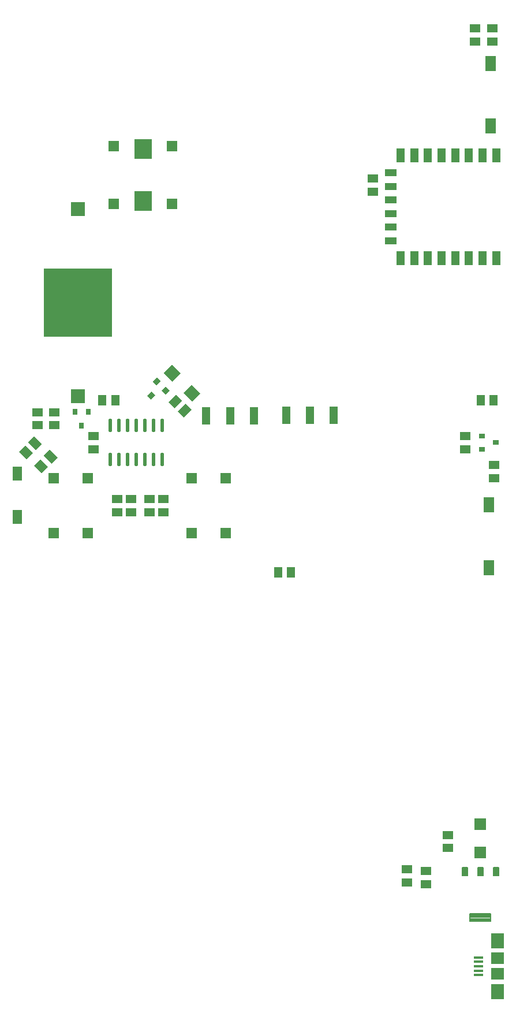
<source format=gbr>
G04 EAGLE Gerber RS-274X export*
G75*
%MOMM*%
%FSLAX34Y34*%
%LPD*%
%INSolderpaste Top*%
%IPPOS*%
%AMOC8*
5,1,8,0,0,1.08239X$1,22.5*%
G01*
%ADD10R,1.600000X1.300000*%
%ADD11R,1.800000X1.700000*%
%ADD12R,1.270000X2.540000*%
%ADD13R,0.800000X0.900000*%
%ADD14R,1.300000X1.600000*%
%ADD15R,1.450000X2.100000*%
%ADD16R,1.500000X1.500000*%
%ADD17R,1.500000X1.300000*%
%ADD18C,0.295000*%
%ADD19R,1.200000X2.000000*%
%ADD20R,1.700000X1.100000*%
%ADD21C,0.139500*%
%ADD22C,0.196500*%
%ADD23R,1.400000X0.400000*%
%ADD24R,1.900000X1.800000*%
%ADD25R,1.900000X2.300000*%
%ADD26R,1.700000X1.800000*%
%ADD27R,0.900000X0.800000*%
%ADD28R,1.300000X1.500000*%
%ADD29R,1.600000X2.190000*%
%ADD30R,1.600000X2.180000*%
%ADD31R,10.000000X10.000000*%
%ADD32R,2.000000X2.000000*%
%ADD33R,2.500000X3.000000*%
%ADD34R,1.600000X1.600000*%


D10*
X942500Y1807500D03*
X942500Y1827500D03*
X977500Y1735000D03*
X977500Y1715000D03*
X1045000Y1735000D03*
X1045000Y1715000D03*
X1430000Y1170000D03*
X1430000Y1190000D03*
D11*
G36*
X1058357Y1907122D02*
X1045630Y1919849D01*
X1057651Y1931870D01*
X1070378Y1919143D01*
X1058357Y1907122D01*
G37*
G36*
X1087349Y1878130D02*
X1074622Y1890857D01*
X1086643Y1902878D01*
X1099370Y1890151D01*
X1087349Y1878130D01*
G37*
D12*
X1177800Y1856800D03*
X1142800Y1856800D03*
X1107800Y1856800D03*
D13*
G36*
X1027782Y1892639D02*
X1033439Y1886982D01*
X1027076Y1880619D01*
X1021419Y1886276D01*
X1027782Y1892639D01*
G37*
G36*
X1048642Y1900064D02*
X1054299Y1894407D01*
X1047936Y1888044D01*
X1042279Y1893701D01*
X1048642Y1900064D01*
G37*
G36*
X1035207Y1913499D02*
X1040864Y1907842D01*
X1034501Y1901479D01*
X1028844Y1907136D01*
X1035207Y1913499D01*
G37*
D14*
G36*
X853535Y1802222D02*
X844342Y1793029D01*
X833029Y1804342D01*
X842222Y1813535D01*
X853535Y1802222D01*
G37*
G36*
X866971Y1815658D02*
X857778Y1806465D01*
X846465Y1817778D01*
X855658Y1826971D01*
X866971Y1815658D01*
G37*
D10*
X997500Y1734500D03*
X997500Y1715500D03*
X1025000Y1734500D03*
X1025000Y1715500D03*
D14*
G36*
X1076978Y1874935D02*
X1086171Y1865742D01*
X1074858Y1854429D01*
X1065665Y1863622D01*
X1076978Y1874935D01*
G37*
G36*
X1063542Y1888371D02*
X1072735Y1879178D01*
X1061422Y1867865D01*
X1052229Y1877058D01*
X1063542Y1888371D01*
G37*
D10*
X860000Y1862000D03*
X860000Y1843000D03*
X1402500Y1192000D03*
X1402500Y1173000D03*
X885000Y1843000D03*
X885000Y1862000D03*
D15*
X830600Y1708900D03*
X830600Y1772400D03*
D16*
X934000Y1684500D03*
X884000Y1684500D03*
X934000Y1765500D03*
X884000Y1765500D03*
X1086000Y1765500D03*
X1136000Y1765500D03*
X1086000Y1684500D03*
X1136000Y1684500D03*
D17*
X1462300Y1223300D03*
X1462300Y1242300D03*
D18*
X968175Y1785225D02*
X968175Y1801775D01*
X968175Y1785225D02*
X965225Y1785225D01*
X965225Y1801775D01*
X968175Y1801775D01*
X968175Y1788027D02*
X965225Y1788027D01*
X965225Y1790829D02*
X968175Y1790829D01*
X968175Y1793631D02*
X965225Y1793631D01*
X965225Y1796433D02*
X968175Y1796433D01*
X968175Y1799235D02*
X965225Y1799235D01*
X980875Y1801775D02*
X980875Y1785225D01*
X977925Y1785225D01*
X977925Y1801775D01*
X980875Y1801775D01*
X980875Y1788027D02*
X977925Y1788027D01*
X977925Y1790829D02*
X980875Y1790829D01*
X980875Y1793631D02*
X977925Y1793631D01*
X977925Y1796433D02*
X980875Y1796433D01*
X980875Y1799235D02*
X977925Y1799235D01*
X993575Y1801775D02*
X993575Y1785225D01*
X990625Y1785225D01*
X990625Y1801775D01*
X993575Y1801775D01*
X993575Y1788027D02*
X990625Y1788027D01*
X990625Y1790829D02*
X993575Y1790829D01*
X993575Y1793631D02*
X990625Y1793631D01*
X990625Y1796433D02*
X993575Y1796433D01*
X993575Y1799235D02*
X990625Y1799235D01*
X1006275Y1801775D02*
X1006275Y1785225D01*
X1003325Y1785225D01*
X1003325Y1801775D01*
X1006275Y1801775D01*
X1006275Y1788027D02*
X1003325Y1788027D01*
X1003325Y1790829D02*
X1006275Y1790829D01*
X1006275Y1793631D02*
X1003325Y1793631D01*
X1003325Y1796433D02*
X1006275Y1796433D01*
X1006275Y1799235D02*
X1003325Y1799235D01*
X1018975Y1801775D02*
X1018975Y1785225D01*
X1016025Y1785225D01*
X1016025Y1801775D01*
X1018975Y1801775D01*
X1018975Y1788027D02*
X1016025Y1788027D01*
X1016025Y1790829D02*
X1018975Y1790829D01*
X1018975Y1793631D02*
X1016025Y1793631D01*
X1016025Y1796433D02*
X1018975Y1796433D01*
X1018975Y1799235D02*
X1016025Y1799235D01*
X1031675Y1801775D02*
X1031675Y1785225D01*
X1028725Y1785225D01*
X1028725Y1801775D01*
X1031675Y1801775D01*
X1031675Y1788027D02*
X1028725Y1788027D01*
X1028725Y1790829D02*
X1031675Y1790829D01*
X1031675Y1793631D02*
X1028725Y1793631D01*
X1028725Y1796433D02*
X1031675Y1796433D01*
X1031675Y1799235D02*
X1028725Y1799235D01*
X1044375Y1801775D02*
X1044375Y1785225D01*
X1041425Y1785225D01*
X1041425Y1801775D01*
X1044375Y1801775D01*
X1044375Y1788027D02*
X1041425Y1788027D01*
X1041425Y1790829D02*
X1044375Y1790829D01*
X1044375Y1793631D02*
X1041425Y1793631D01*
X1041425Y1796433D02*
X1044375Y1796433D01*
X1044375Y1799235D02*
X1041425Y1799235D01*
X1044375Y1834825D02*
X1044375Y1851375D01*
X1044375Y1834825D02*
X1041425Y1834825D01*
X1041425Y1851375D01*
X1044375Y1851375D01*
X1044375Y1837627D02*
X1041425Y1837627D01*
X1041425Y1840429D02*
X1044375Y1840429D01*
X1044375Y1843231D02*
X1041425Y1843231D01*
X1041425Y1846033D02*
X1044375Y1846033D01*
X1044375Y1848835D02*
X1041425Y1848835D01*
X1031675Y1851375D02*
X1031675Y1834825D01*
X1028725Y1834825D01*
X1028725Y1851375D01*
X1031675Y1851375D01*
X1031675Y1837627D02*
X1028725Y1837627D01*
X1028725Y1840429D02*
X1031675Y1840429D01*
X1031675Y1843231D02*
X1028725Y1843231D01*
X1028725Y1846033D02*
X1031675Y1846033D01*
X1031675Y1848835D02*
X1028725Y1848835D01*
X1018975Y1851375D02*
X1018975Y1834825D01*
X1016025Y1834825D01*
X1016025Y1851375D01*
X1018975Y1851375D01*
X1018975Y1837627D02*
X1016025Y1837627D01*
X1016025Y1840429D02*
X1018975Y1840429D01*
X1018975Y1843231D02*
X1016025Y1843231D01*
X1016025Y1846033D02*
X1018975Y1846033D01*
X1018975Y1848835D02*
X1016025Y1848835D01*
X1006275Y1851375D02*
X1006275Y1834825D01*
X1003325Y1834825D01*
X1003325Y1851375D01*
X1006275Y1851375D01*
X1006275Y1837627D02*
X1003325Y1837627D01*
X1003325Y1840429D02*
X1006275Y1840429D01*
X1006275Y1843231D02*
X1003325Y1843231D01*
X1003325Y1846033D02*
X1006275Y1846033D01*
X1006275Y1848835D02*
X1003325Y1848835D01*
X993575Y1851375D02*
X993575Y1834825D01*
X990625Y1834825D01*
X990625Y1851375D01*
X993575Y1851375D01*
X993575Y1837627D02*
X990625Y1837627D01*
X990625Y1840429D02*
X993575Y1840429D01*
X993575Y1843231D02*
X990625Y1843231D01*
X990625Y1846033D02*
X993575Y1846033D01*
X993575Y1848835D02*
X990625Y1848835D01*
X980875Y1851375D02*
X980875Y1834825D01*
X977925Y1834825D01*
X977925Y1851375D01*
X980875Y1851375D01*
X980875Y1837627D02*
X977925Y1837627D01*
X977925Y1840429D02*
X980875Y1840429D01*
X980875Y1843231D02*
X977925Y1843231D01*
X977925Y1846033D02*
X980875Y1846033D01*
X980875Y1848835D02*
X977925Y1848835D01*
X968175Y1851375D02*
X968175Y1834825D01*
X965225Y1834825D01*
X965225Y1851375D01*
X968175Y1851375D01*
X968175Y1837627D02*
X965225Y1837627D01*
X965225Y1840429D02*
X968175Y1840429D01*
X968175Y1843231D02*
X965225Y1843231D01*
X965225Y1846033D02*
X968175Y1846033D01*
X968175Y1848835D02*
X965225Y1848835D01*
D19*
X1533106Y2238249D03*
X1513106Y2238249D03*
X1493106Y2238249D03*
X1473106Y2238249D03*
X1453106Y2238249D03*
X1433106Y2238249D03*
X1413106Y2238249D03*
X1393106Y2238249D03*
X1393106Y2088249D03*
X1413106Y2088249D03*
X1433106Y2088249D03*
X1453106Y2088249D03*
X1473106Y2088249D03*
X1493106Y2088249D03*
X1513106Y2088249D03*
X1533106Y2088249D03*
D20*
X1378106Y2213249D03*
X1378106Y2193249D03*
X1378106Y2173249D03*
X1378106Y2153249D03*
X1378106Y2133249D03*
X1378106Y2113249D03*
D21*
X1528947Y1194303D02*
X1536853Y1194303D01*
X1536853Y1182597D01*
X1528947Y1182597D01*
X1528947Y1194303D01*
X1528947Y1183922D02*
X1536853Y1183922D01*
X1536853Y1185247D02*
X1528947Y1185247D01*
X1528947Y1186572D02*
X1536853Y1186572D01*
X1536853Y1187897D02*
X1528947Y1187897D01*
X1528947Y1189222D02*
X1536853Y1189222D01*
X1536853Y1190547D02*
X1528947Y1190547D01*
X1528947Y1191872D02*
X1536853Y1191872D01*
X1536853Y1193197D02*
X1528947Y1193197D01*
X1513953Y1194303D02*
X1506047Y1194303D01*
X1513953Y1194303D02*
X1513953Y1182597D01*
X1506047Y1182597D01*
X1506047Y1194303D01*
X1506047Y1183922D02*
X1513953Y1183922D01*
X1513953Y1185247D02*
X1506047Y1185247D01*
X1506047Y1186572D02*
X1513953Y1186572D01*
X1513953Y1187897D02*
X1506047Y1187897D01*
X1506047Y1189222D02*
X1513953Y1189222D01*
X1513953Y1190547D02*
X1506047Y1190547D01*
X1506047Y1191872D02*
X1513953Y1191872D01*
X1513953Y1193197D02*
X1506047Y1193197D01*
X1491053Y1194303D02*
X1483147Y1194303D01*
X1491053Y1194303D02*
X1491053Y1182597D01*
X1483147Y1182597D01*
X1483147Y1194303D01*
X1483147Y1183922D02*
X1491053Y1183922D01*
X1491053Y1185247D02*
X1483147Y1185247D01*
X1483147Y1186572D02*
X1491053Y1186572D01*
X1491053Y1187897D02*
X1483147Y1187897D01*
X1483147Y1189222D02*
X1491053Y1189222D01*
X1491053Y1190547D02*
X1483147Y1190547D01*
X1483147Y1191872D02*
X1491053Y1191872D01*
X1491053Y1193197D02*
X1483147Y1193197D01*
D22*
X1494782Y1127118D02*
X1525218Y1127118D01*
X1525218Y1115982D01*
X1494782Y1115982D01*
X1494782Y1127118D01*
X1494782Y1117849D02*
X1525218Y1117849D01*
X1525218Y1119716D02*
X1494782Y1119716D01*
X1494782Y1121583D02*
X1525218Y1121583D01*
X1525218Y1123450D02*
X1494782Y1123450D01*
X1494782Y1125317D02*
X1525218Y1125317D01*
D23*
X1507500Y1037000D03*
X1507500Y1043500D03*
X1507500Y1050000D03*
X1507500Y1056500D03*
X1507500Y1063000D03*
D24*
X1535000Y1061500D03*
X1535000Y1038500D03*
D25*
X1535000Y1087500D03*
X1535000Y1012500D03*
D26*
X1510000Y1217000D03*
X1510000Y1258000D03*
D27*
X1532500Y1817500D03*
X1512500Y1827000D03*
X1512500Y1808000D03*
D28*
X1213000Y1627500D03*
X1232000Y1627500D03*
D10*
X1527500Y2405500D03*
X1527500Y2424500D03*
X1502500Y2405500D03*
X1502500Y2424500D03*
D14*
X1510500Y1880000D03*
X1529500Y1880000D03*
D10*
X1530000Y1765500D03*
X1530000Y1784500D03*
X1352500Y2205000D03*
X1352500Y2185000D03*
D29*
X1525000Y2373400D03*
X1525000Y2281600D03*
D30*
X1522500Y1634000D03*
X1522500Y1726000D03*
D12*
X1225000Y1857500D03*
X1260000Y1857500D03*
X1295000Y1857500D03*
D13*
X925000Y1842500D03*
X934500Y1862500D03*
X915500Y1862500D03*
D14*
X974500Y1880000D03*
X955500Y1880000D03*
D10*
X1487500Y1827000D03*
X1487500Y1808000D03*
D31*
X920000Y2022500D03*
D32*
X920000Y2159500D03*
X920000Y1885500D03*
D14*
G36*
X875682Y1781869D02*
X866489Y1772676D01*
X855176Y1783989D01*
X864369Y1793182D01*
X875682Y1781869D01*
G37*
G36*
X889824Y1796011D02*
X880631Y1786818D01*
X869318Y1798131D01*
X878511Y1807324D01*
X889824Y1796011D01*
G37*
D33*
X1015000Y2248000D03*
X1015000Y2172000D03*
D34*
X1057500Y2252500D03*
X1057500Y2167500D03*
X972500Y2252500D03*
X972500Y2167500D03*
M02*

</source>
